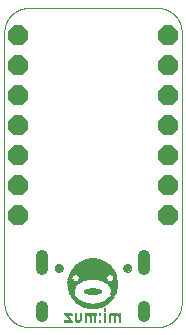
<source format=gbs>
G04 EAGLE Gerber RS-274X export*
G75*
%MOMM*%
%FSLAX34Y34*%
%LPD*%
%INSolder Mask bottom*%
%IPPOS*%
%AMOC8*
5,1,8,0,0,1.08239X$1,22.5*%
G01*
%ADD10C,0.000000*%
%ADD11P,1.814519X8X202.500000*%
%ADD12C,0.650000*%
%ADD13C,1.000000*%
%ADD14R,0.106675X0.015238*%
%ADD15R,0.198119X0.015238*%
%ADD16R,0.167637X0.015238*%
%ADD17R,0.137156X0.015238*%
%ADD18R,0.274319X0.015238*%
%ADD19R,0.762000X0.015238*%
%ADD20R,0.350519X0.015238*%
%ADD21R,0.746756X0.015238*%
%ADD22R,0.182881X0.015238*%
%ADD23R,0.381000X0.015238*%
%ADD24R,0.731519X0.015238*%
%ADD25R,0.426719X0.015238*%
%ADD26R,0.716275X0.015238*%
%ADD27R,0.457200X0.015238*%
%ADD28R,0.701037X0.015238*%
%ADD29R,0.487681X0.015238*%
%ADD30R,0.685800X0.015238*%
%ADD31R,0.518156X0.015238*%
%ADD32R,0.533400X0.015238*%
%ADD33R,0.670556X0.015238*%
%ADD34R,0.259075X0.015238*%
%ADD35R,0.655319X0.015238*%
%ADD36R,0.213363X0.015238*%
%ADD37R,0.213356X0.015238*%
%ADD38R,0.640075X0.015238*%
%ADD39R,0.076200X0.015238*%
%ADD40R,0.182875X0.015238*%
%ADD41R,0.152400X0.015238*%
%ADD42R,0.228600X0.015238*%
%ADD43R,0.015238X0.015238*%
%ADD44R,0.243838X0.015238*%
%ADD45R,0.563875X0.015238*%
%ADD46R,0.335281X0.015238*%
%ADD47R,0.579119X0.015238*%
%ADD48R,0.975356X0.015238*%
%ADD49R,0.594356X0.015238*%
%ADD50R,0.960119X0.015238*%
%ADD51R,0.609600X0.015238*%
%ADD52R,0.396238X0.015238*%
%ADD53R,0.624838X0.015238*%
%ADD54R,0.365756X0.015238*%
%ADD55R,0.365762X0.015238*%
%ADD56R,0.320038X0.015238*%
%ADD57R,0.289556X0.015238*%
%ADD58R,0.091438X0.015238*%
%ADD59R,0.106681X0.015238*%
%ADD60R,0.045719X0.015238*%
%ADD61R,0.121919X0.015238*%
%ADD62R,0.792481X0.015238*%
%ADD63R,0.944881X0.015238*%
%ADD64R,1.066800X0.015238*%
%ADD65R,1.188719X0.015238*%
%ADD66R,1.280156X0.015238*%
%ADD67R,1.371600X0.015238*%
%ADD68R,1.463037X0.015238*%
%ADD69R,1.554481X0.015238*%
%ADD70R,1.615438X0.015238*%
%ADD71R,1.706881X0.015238*%
%ADD72R,1.767838X0.015238*%
%ADD73R,1.828800X0.015238*%
%ADD74R,1.889756X0.015238*%
%ADD75R,1.950719X0.015238*%
%ADD76R,2.011681X0.015238*%
%ADD77R,2.072637X0.015238*%
%ADD78R,2.103119X0.015238*%
%ADD79R,2.164081X0.015238*%
%ADD80R,2.225038X0.015238*%
%ADD81R,2.255519X0.015238*%
%ADD82R,2.316481X0.015238*%
%ADD83R,2.377438X0.015238*%
%ADD84R,2.407919X0.015238*%
%ADD85R,2.438400X0.015238*%
%ADD86R,2.499356X0.015238*%
%ADD87R,2.529838X0.015238*%
%ADD88R,1.112519X0.015238*%
%ADD89R,0.990600X0.015238*%
%ADD90R,0.914400X0.015238*%
%ADD91R,0.853438X0.015238*%
%ADD92R,0.822956X0.015238*%
%ADD93R,0.777238X0.015238*%
%ADD94R,0.640081X0.015238*%
%ADD95R,0.594363X0.015238*%
%ADD96R,0.563881X0.015238*%
%ADD97R,0.548638X0.015238*%
%ADD98R,0.502919X0.015238*%
%ADD99R,0.487675X0.015238*%
%ADD100R,0.472438X0.015238*%
%ADD101R,0.441956X0.015238*%
%ADD102R,0.441963X0.015238*%
%ADD103R,0.411481X0.015238*%
%ADD104R,0.411475X0.015238*%
%ADD105R,1.036319X0.015238*%
%ADD106R,1.127756X0.015238*%
%ADD107R,1.249681X0.015238*%
%ADD108R,1.310638X0.015238*%
%ADD109R,1.402081X0.015238*%
%ADD110R,1.447800X0.015238*%
%ADD111R,1.478281X0.015238*%
%ADD112R,1.493519X0.015238*%
%ADD113R,1.508756X0.015238*%
%ADD114R,1.097281X0.015238*%
%ADD115R,1.005837X0.015238*%
%ADD116R,0.807719X0.015238*%
%ADD117R,0.716281X0.015238*%
%ADD118R,0.792475X0.015238*%
%ADD119R,0.838200X0.015238*%
%ADD120R,0.868675X0.015238*%
%ADD121R,0.868681X0.015238*%
%ADD122R,0.883919X0.015238*%
%ADD123R,0.899156X0.015238*%
%ADD124R,0.944875X0.015238*%
%ADD125R,1.021075X0.015238*%
%ADD126R,1.021081X0.015238*%
%ADD127R,1.051556X0.015238*%
%ADD128R,1.097275X0.015238*%
%ADD129R,1.143000X0.015238*%
%ADD130R,1.173475X0.015238*%
%ADD131R,1.173481X0.015238*%
%ADD132R,1.203956X0.015238*%
%ADD133R,1.219200X0.015238*%
%ADD134R,1.249675X0.015238*%
%ADD135R,2.346963X0.015238*%
%ADD136R,0.335275X0.015238*%
%ADD137R,2.468881X0.015238*%
%ADD138R,2.499363X0.015238*%
%ADD139R,2.560319X0.015238*%
%ADD140R,2.621281X0.015238*%
%ADD141R,2.682238X0.015238*%
%ADD142R,2.773681X0.015238*%
%ADD143R,3.992881X0.015238*%
%ADD144R,3.962400X0.015238*%
%ADD145R,3.931919X0.015238*%
%ADD146R,3.901438X0.015238*%
%ADD147R,3.870956X0.015238*%
%ADD148R,3.840481X0.015238*%
%ADD149R,3.810000X0.015238*%
%ADD150R,3.779519X0.015238*%
%ADD151R,3.749038X0.015238*%
%ADD152R,3.718556X0.015238*%
%ADD153R,3.688081X0.015238*%
%ADD154R,3.657600X0.015238*%
%ADD155R,3.627119X0.015238*%
%ADD156R,3.596638X0.015238*%
%ADD157R,3.566156X0.015238*%
%ADD158R,3.535681X0.015238*%
%ADD159R,3.505200X0.015238*%
%ADD160R,3.474719X0.015238*%
%ADD161R,3.444238X0.015238*%
%ADD162R,3.413756X0.015238*%
%ADD163R,3.383281X0.015238*%
%ADD164R,3.352800X0.015238*%
%ADD165R,3.322319X0.015238*%
%ADD166R,3.291838X0.015238*%
%ADD167R,3.261356X0.015238*%
%ADD168R,3.230881X0.015238*%
%ADD169R,3.200400X0.015238*%
%ADD170R,3.169919X0.015238*%
%ADD171R,3.139438X0.015238*%
%ADD172R,3.108956X0.015238*%
%ADD173R,3.078481X0.015238*%
%ADD174R,3.048000X0.015238*%
%ADD175R,3.017519X0.015238*%
%ADD176R,2.987038X0.015238*%
%ADD177R,2.956556X0.015238*%
%ADD178R,2.926081X0.015238*%
%ADD179R,2.895600X0.015238*%
%ADD180R,2.865119X0.015238*%
%ADD181R,2.834637X0.015238*%
%ADD182R,2.804156X0.015238*%
%ADD183R,2.743200X0.015238*%
%ADD184R,2.651756X0.015238*%
%ADD185R,2.590800X0.015238*%


D10*
X20000Y0D02*
X130000Y0D01*
X130483Y6D01*
X130966Y23D01*
X131449Y53D01*
X131930Y93D01*
X132411Y146D01*
X132890Y210D01*
X133367Y285D01*
X133843Y373D01*
X134316Y471D01*
X134786Y581D01*
X135254Y702D01*
X135719Y835D01*
X136180Y979D01*
X136638Y1134D01*
X137092Y1300D01*
X137542Y1477D01*
X137987Y1664D01*
X138428Y1863D01*
X138864Y2071D01*
X139294Y2291D01*
X139720Y2521D01*
X140139Y2761D01*
X140553Y3011D01*
X140960Y3271D01*
X141361Y3540D01*
X141756Y3820D01*
X142143Y4108D01*
X142524Y4407D01*
X142897Y4714D01*
X143262Y5030D01*
X143620Y5355D01*
X143970Y5688D01*
X144312Y6030D01*
X144645Y6380D01*
X144970Y6738D01*
X145286Y7103D01*
X145593Y7476D01*
X145892Y7857D01*
X146180Y8244D01*
X146460Y8639D01*
X146729Y9040D01*
X146989Y9447D01*
X147239Y9861D01*
X147479Y10280D01*
X147709Y10706D01*
X147929Y11136D01*
X148137Y11572D01*
X148336Y12013D01*
X148523Y12458D01*
X148700Y12908D01*
X148866Y13362D01*
X149021Y13820D01*
X149165Y14281D01*
X149298Y14746D01*
X149419Y15214D01*
X149529Y15684D01*
X149627Y16157D01*
X149715Y16633D01*
X149790Y17110D01*
X149854Y17589D01*
X149907Y18070D01*
X149947Y18551D01*
X149977Y19034D01*
X149994Y19517D01*
X150000Y20000D01*
X150000Y250000D01*
X149994Y250483D01*
X149977Y250966D01*
X149947Y251449D01*
X149907Y251930D01*
X149854Y252411D01*
X149790Y252890D01*
X149715Y253367D01*
X149627Y253843D01*
X149529Y254316D01*
X149419Y254786D01*
X149298Y255254D01*
X149165Y255719D01*
X149021Y256180D01*
X148866Y256638D01*
X148700Y257092D01*
X148523Y257542D01*
X148336Y257987D01*
X148137Y258428D01*
X147929Y258864D01*
X147709Y259294D01*
X147479Y259720D01*
X147239Y260139D01*
X146989Y260553D01*
X146729Y260960D01*
X146460Y261361D01*
X146180Y261756D01*
X145892Y262143D01*
X145593Y262524D01*
X145286Y262897D01*
X144970Y263262D01*
X144645Y263620D01*
X144312Y263970D01*
X143970Y264312D01*
X143620Y264645D01*
X143262Y264970D01*
X142897Y265286D01*
X142524Y265593D01*
X142143Y265892D01*
X141756Y266180D01*
X141361Y266460D01*
X140960Y266729D01*
X140553Y266989D01*
X140139Y267239D01*
X139720Y267479D01*
X139294Y267709D01*
X138864Y267929D01*
X138428Y268137D01*
X137987Y268336D01*
X137542Y268523D01*
X137092Y268700D01*
X136638Y268866D01*
X136180Y269021D01*
X135719Y269165D01*
X135254Y269298D01*
X134786Y269419D01*
X134316Y269529D01*
X133843Y269627D01*
X133367Y269715D01*
X132890Y269790D01*
X132411Y269854D01*
X131930Y269907D01*
X131449Y269947D01*
X130966Y269977D01*
X130483Y269994D01*
X130000Y270000D01*
X20000Y270000D01*
X19517Y269994D01*
X19034Y269977D01*
X18551Y269947D01*
X18070Y269907D01*
X17589Y269854D01*
X17110Y269790D01*
X16633Y269715D01*
X16157Y269627D01*
X15684Y269529D01*
X15214Y269419D01*
X14746Y269298D01*
X14281Y269165D01*
X13820Y269021D01*
X13362Y268866D01*
X12908Y268700D01*
X12458Y268523D01*
X12013Y268336D01*
X11572Y268137D01*
X11136Y267929D01*
X10706Y267709D01*
X10280Y267479D01*
X9861Y267239D01*
X9447Y266989D01*
X9040Y266729D01*
X8639Y266460D01*
X8244Y266180D01*
X7857Y265892D01*
X7476Y265593D01*
X7103Y265286D01*
X6738Y264970D01*
X6380Y264645D01*
X6030Y264312D01*
X5688Y263970D01*
X5355Y263620D01*
X5030Y263262D01*
X4714Y262897D01*
X4407Y262524D01*
X4108Y262143D01*
X3820Y261756D01*
X3540Y261361D01*
X3271Y260960D01*
X3011Y260553D01*
X2761Y260139D01*
X2521Y259720D01*
X2291Y259294D01*
X2071Y258864D01*
X1863Y258428D01*
X1664Y257987D01*
X1477Y257542D01*
X1300Y257092D01*
X1134Y256638D01*
X979Y256180D01*
X835Y255719D01*
X702Y255254D01*
X581Y254786D01*
X471Y254316D01*
X373Y253843D01*
X285Y253367D01*
X210Y252890D01*
X146Y252411D01*
X93Y251930D01*
X53Y251449D01*
X23Y250966D01*
X6Y250483D01*
X0Y250000D01*
X0Y20000D01*
X6Y19517D01*
X23Y19034D01*
X53Y18551D01*
X93Y18070D01*
X146Y17589D01*
X210Y17110D01*
X285Y16633D01*
X373Y16157D01*
X471Y15684D01*
X581Y15214D01*
X702Y14746D01*
X835Y14281D01*
X979Y13820D01*
X1134Y13362D01*
X1300Y12908D01*
X1477Y12458D01*
X1664Y12013D01*
X1863Y11572D01*
X2071Y11136D01*
X2291Y10706D01*
X2521Y10280D01*
X2761Y9861D01*
X3011Y9447D01*
X3271Y9040D01*
X3540Y8639D01*
X3820Y8244D01*
X4108Y7857D01*
X4407Y7476D01*
X4714Y7103D01*
X5030Y6738D01*
X5355Y6380D01*
X5688Y6030D01*
X6030Y5688D01*
X6380Y5355D01*
X6738Y5030D01*
X7103Y4714D01*
X7476Y4407D01*
X7857Y4108D01*
X8244Y3820D01*
X8639Y3540D01*
X9040Y3271D01*
X9447Y3011D01*
X9861Y2761D01*
X10280Y2521D01*
X10706Y2291D01*
X11136Y2071D01*
X11572Y1863D01*
X12013Y1664D01*
X12458Y1477D01*
X12908Y1300D01*
X13362Y1134D01*
X13820Y979D01*
X14281Y835D01*
X14746Y702D01*
X15214Y581D01*
X15684Y471D01*
X16157Y373D01*
X16633Y285D01*
X17110Y210D01*
X17589Y146D01*
X18070Y93D01*
X18551Y53D01*
X19034Y23D01*
X19517Y6D01*
X20000Y0D01*
D11*
X138430Y95250D03*
X138430Y120650D03*
X138430Y146050D03*
X138430Y171450D03*
X138430Y196850D03*
X138430Y222250D03*
X138430Y247650D03*
X11430Y95250D03*
X11430Y120650D03*
X11430Y146050D03*
X11430Y171450D03*
X11430Y196850D03*
X11430Y222250D03*
X11430Y247650D03*
D10*
X42850Y50000D02*
X42852Y50113D01*
X42858Y50227D01*
X42868Y50340D01*
X42882Y50452D01*
X42899Y50564D01*
X42921Y50676D01*
X42947Y50786D01*
X42976Y50896D01*
X43009Y51004D01*
X43046Y51112D01*
X43087Y51217D01*
X43131Y51322D01*
X43179Y51425D01*
X43230Y51526D01*
X43285Y51625D01*
X43344Y51722D01*
X43406Y51817D01*
X43471Y51910D01*
X43539Y52001D01*
X43610Y52089D01*
X43685Y52175D01*
X43762Y52258D01*
X43842Y52338D01*
X43925Y52415D01*
X44011Y52490D01*
X44099Y52561D01*
X44190Y52629D01*
X44283Y52694D01*
X44378Y52756D01*
X44475Y52815D01*
X44574Y52870D01*
X44675Y52921D01*
X44778Y52969D01*
X44883Y53013D01*
X44988Y53054D01*
X45096Y53091D01*
X45204Y53124D01*
X45314Y53153D01*
X45424Y53179D01*
X45536Y53201D01*
X45648Y53218D01*
X45760Y53232D01*
X45873Y53242D01*
X45987Y53248D01*
X46100Y53250D01*
X46213Y53248D01*
X46327Y53242D01*
X46440Y53232D01*
X46552Y53218D01*
X46664Y53201D01*
X46776Y53179D01*
X46886Y53153D01*
X46996Y53124D01*
X47104Y53091D01*
X47212Y53054D01*
X47317Y53013D01*
X47422Y52969D01*
X47525Y52921D01*
X47626Y52870D01*
X47725Y52815D01*
X47822Y52756D01*
X47917Y52694D01*
X48010Y52629D01*
X48101Y52561D01*
X48189Y52490D01*
X48275Y52415D01*
X48358Y52338D01*
X48438Y52258D01*
X48515Y52175D01*
X48590Y52089D01*
X48661Y52001D01*
X48729Y51910D01*
X48794Y51817D01*
X48856Y51722D01*
X48915Y51625D01*
X48970Y51526D01*
X49021Y51425D01*
X49069Y51322D01*
X49113Y51217D01*
X49154Y51112D01*
X49191Y51004D01*
X49224Y50896D01*
X49253Y50786D01*
X49279Y50676D01*
X49301Y50564D01*
X49318Y50452D01*
X49332Y50340D01*
X49342Y50227D01*
X49348Y50113D01*
X49350Y50000D01*
X49348Y49887D01*
X49342Y49773D01*
X49332Y49660D01*
X49318Y49548D01*
X49301Y49436D01*
X49279Y49324D01*
X49253Y49214D01*
X49224Y49104D01*
X49191Y48996D01*
X49154Y48888D01*
X49113Y48783D01*
X49069Y48678D01*
X49021Y48575D01*
X48970Y48474D01*
X48915Y48375D01*
X48856Y48278D01*
X48794Y48183D01*
X48729Y48090D01*
X48661Y47999D01*
X48590Y47911D01*
X48515Y47825D01*
X48438Y47742D01*
X48358Y47662D01*
X48275Y47585D01*
X48189Y47510D01*
X48101Y47439D01*
X48010Y47371D01*
X47917Y47306D01*
X47822Y47244D01*
X47725Y47185D01*
X47626Y47130D01*
X47525Y47079D01*
X47422Y47031D01*
X47317Y46987D01*
X47212Y46946D01*
X47104Y46909D01*
X46996Y46876D01*
X46886Y46847D01*
X46776Y46821D01*
X46664Y46799D01*
X46552Y46782D01*
X46440Y46768D01*
X46327Y46758D01*
X46213Y46752D01*
X46100Y46750D01*
X45987Y46752D01*
X45873Y46758D01*
X45760Y46768D01*
X45648Y46782D01*
X45536Y46799D01*
X45424Y46821D01*
X45314Y46847D01*
X45204Y46876D01*
X45096Y46909D01*
X44988Y46946D01*
X44883Y46987D01*
X44778Y47031D01*
X44675Y47079D01*
X44574Y47130D01*
X44475Y47185D01*
X44378Y47244D01*
X44283Y47306D01*
X44190Y47371D01*
X44099Y47439D01*
X44011Y47510D01*
X43925Y47585D01*
X43842Y47662D01*
X43762Y47742D01*
X43685Y47825D01*
X43610Y47911D01*
X43539Y47999D01*
X43471Y48090D01*
X43406Y48183D01*
X43344Y48278D01*
X43285Y48375D01*
X43230Y48474D01*
X43179Y48575D01*
X43131Y48678D01*
X43087Y48783D01*
X43046Y48888D01*
X43009Y48996D01*
X42976Y49104D01*
X42947Y49214D01*
X42921Y49324D01*
X42899Y49436D01*
X42882Y49548D01*
X42868Y49660D01*
X42858Y49773D01*
X42852Y49887D01*
X42850Y50000D01*
D12*
X46100Y50000D03*
D10*
X100650Y50000D02*
X100652Y50113D01*
X100658Y50227D01*
X100668Y50340D01*
X100682Y50452D01*
X100699Y50564D01*
X100721Y50676D01*
X100747Y50786D01*
X100776Y50896D01*
X100809Y51004D01*
X100846Y51112D01*
X100887Y51217D01*
X100931Y51322D01*
X100979Y51425D01*
X101030Y51526D01*
X101085Y51625D01*
X101144Y51722D01*
X101206Y51817D01*
X101271Y51910D01*
X101339Y52001D01*
X101410Y52089D01*
X101485Y52175D01*
X101562Y52258D01*
X101642Y52338D01*
X101725Y52415D01*
X101811Y52490D01*
X101899Y52561D01*
X101990Y52629D01*
X102083Y52694D01*
X102178Y52756D01*
X102275Y52815D01*
X102374Y52870D01*
X102475Y52921D01*
X102578Y52969D01*
X102683Y53013D01*
X102788Y53054D01*
X102896Y53091D01*
X103004Y53124D01*
X103114Y53153D01*
X103224Y53179D01*
X103336Y53201D01*
X103448Y53218D01*
X103560Y53232D01*
X103673Y53242D01*
X103787Y53248D01*
X103900Y53250D01*
X104013Y53248D01*
X104127Y53242D01*
X104240Y53232D01*
X104352Y53218D01*
X104464Y53201D01*
X104576Y53179D01*
X104686Y53153D01*
X104796Y53124D01*
X104904Y53091D01*
X105012Y53054D01*
X105117Y53013D01*
X105222Y52969D01*
X105325Y52921D01*
X105426Y52870D01*
X105525Y52815D01*
X105622Y52756D01*
X105717Y52694D01*
X105810Y52629D01*
X105901Y52561D01*
X105989Y52490D01*
X106075Y52415D01*
X106158Y52338D01*
X106238Y52258D01*
X106315Y52175D01*
X106390Y52089D01*
X106461Y52001D01*
X106529Y51910D01*
X106594Y51817D01*
X106656Y51722D01*
X106715Y51625D01*
X106770Y51526D01*
X106821Y51425D01*
X106869Y51322D01*
X106913Y51217D01*
X106954Y51112D01*
X106991Y51004D01*
X107024Y50896D01*
X107053Y50786D01*
X107079Y50676D01*
X107101Y50564D01*
X107118Y50452D01*
X107132Y50340D01*
X107142Y50227D01*
X107148Y50113D01*
X107150Y50000D01*
X107148Y49887D01*
X107142Y49773D01*
X107132Y49660D01*
X107118Y49548D01*
X107101Y49436D01*
X107079Y49324D01*
X107053Y49214D01*
X107024Y49104D01*
X106991Y48996D01*
X106954Y48888D01*
X106913Y48783D01*
X106869Y48678D01*
X106821Y48575D01*
X106770Y48474D01*
X106715Y48375D01*
X106656Y48278D01*
X106594Y48183D01*
X106529Y48090D01*
X106461Y47999D01*
X106390Y47911D01*
X106315Y47825D01*
X106238Y47742D01*
X106158Y47662D01*
X106075Y47585D01*
X105989Y47510D01*
X105901Y47439D01*
X105810Y47371D01*
X105717Y47306D01*
X105622Y47244D01*
X105525Y47185D01*
X105426Y47130D01*
X105325Y47079D01*
X105222Y47031D01*
X105117Y46987D01*
X105012Y46946D01*
X104904Y46909D01*
X104796Y46876D01*
X104686Y46847D01*
X104576Y46821D01*
X104464Y46799D01*
X104352Y46782D01*
X104240Y46768D01*
X104127Y46758D01*
X104013Y46752D01*
X103900Y46750D01*
X103787Y46752D01*
X103673Y46758D01*
X103560Y46768D01*
X103448Y46782D01*
X103336Y46799D01*
X103224Y46821D01*
X103114Y46847D01*
X103004Y46876D01*
X102896Y46909D01*
X102788Y46946D01*
X102683Y46987D01*
X102578Y47031D01*
X102475Y47079D01*
X102374Y47130D01*
X102275Y47185D01*
X102178Y47244D01*
X102083Y47306D01*
X101990Y47371D01*
X101899Y47439D01*
X101811Y47510D01*
X101725Y47585D01*
X101642Y47662D01*
X101562Y47742D01*
X101485Y47825D01*
X101410Y47911D01*
X101339Y47999D01*
X101271Y48090D01*
X101206Y48183D01*
X101144Y48278D01*
X101085Y48375D01*
X101030Y48474D01*
X100979Y48575D01*
X100931Y48678D01*
X100887Y48783D01*
X100846Y48888D01*
X100809Y48996D01*
X100776Y49104D01*
X100747Y49214D01*
X100721Y49324D01*
X100699Y49436D01*
X100682Y49548D01*
X100668Y49660D01*
X100658Y49773D01*
X100652Y49887D01*
X100650Y50000D01*
D12*
X103900Y50000D03*
D10*
X34800Y49500D02*
X34800Y60500D01*
X34800Y49500D02*
X34798Y49393D01*
X34792Y49286D01*
X34783Y49179D01*
X34769Y49073D01*
X34752Y48967D01*
X34731Y48862D01*
X34707Y48758D01*
X34678Y48655D01*
X34646Y48553D01*
X34611Y48452D01*
X34572Y48352D01*
X34529Y48254D01*
X34483Y48157D01*
X34433Y48062D01*
X34380Y47969D01*
X34324Y47878D01*
X34264Y47789D01*
X34202Y47702D01*
X34136Y47618D01*
X34067Y47535D01*
X33996Y47456D01*
X33921Y47379D01*
X33844Y47304D01*
X33765Y47233D01*
X33682Y47164D01*
X33598Y47098D01*
X33511Y47036D01*
X33422Y46976D01*
X33331Y46920D01*
X33238Y46867D01*
X33143Y46817D01*
X33046Y46771D01*
X32948Y46728D01*
X32848Y46689D01*
X32747Y46654D01*
X32645Y46622D01*
X32542Y46593D01*
X32438Y46569D01*
X32333Y46548D01*
X32227Y46531D01*
X32121Y46517D01*
X32014Y46508D01*
X31907Y46502D01*
X31800Y46500D01*
X31693Y46502D01*
X31586Y46508D01*
X31479Y46517D01*
X31373Y46531D01*
X31267Y46548D01*
X31162Y46569D01*
X31058Y46593D01*
X30955Y46622D01*
X30853Y46654D01*
X30752Y46689D01*
X30652Y46728D01*
X30554Y46771D01*
X30457Y46817D01*
X30362Y46867D01*
X30269Y46920D01*
X30178Y46976D01*
X30089Y47036D01*
X30002Y47098D01*
X29918Y47164D01*
X29835Y47233D01*
X29756Y47304D01*
X29679Y47379D01*
X29604Y47456D01*
X29533Y47535D01*
X29464Y47618D01*
X29398Y47702D01*
X29336Y47789D01*
X29276Y47878D01*
X29220Y47969D01*
X29167Y48062D01*
X29117Y48157D01*
X29071Y48254D01*
X29028Y48352D01*
X28989Y48452D01*
X28954Y48553D01*
X28922Y48655D01*
X28893Y48758D01*
X28869Y48862D01*
X28848Y48967D01*
X28831Y49073D01*
X28817Y49179D01*
X28808Y49286D01*
X28802Y49393D01*
X28800Y49500D01*
X28800Y60500D01*
X28802Y60607D01*
X28808Y60714D01*
X28817Y60821D01*
X28831Y60927D01*
X28848Y61033D01*
X28869Y61138D01*
X28893Y61242D01*
X28922Y61345D01*
X28954Y61447D01*
X28989Y61548D01*
X29028Y61648D01*
X29071Y61746D01*
X29117Y61843D01*
X29167Y61938D01*
X29220Y62031D01*
X29276Y62122D01*
X29336Y62211D01*
X29398Y62298D01*
X29464Y62382D01*
X29533Y62465D01*
X29604Y62544D01*
X29679Y62621D01*
X29756Y62696D01*
X29835Y62767D01*
X29918Y62836D01*
X30002Y62902D01*
X30089Y62964D01*
X30178Y63024D01*
X30269Y63080D01*
X30362Y63133D01*
X30457Y63183D01*
X30554Y63229D01*
X30652Y63272D01*
X30752Y63311D01*
X30853Y63346D01*
X30955Y63378D01*
X31058Y63407D01*
X31162Y63431D01*
X31267Y63452D01*
X31373Y63469D01*
X31479Y63483D01*
X31586Y63492D01*
X31693Y63498D01*
X31800Y63500D01*
X31907Y63498D01*
X32014Y63492D01*
X32121Y63483D01*
X32227Y63469D01*
X32333Y63452D01*
X32438Y63431D01*
X32542Y63407D01*
X32645Y63378D01*
X32747Y63346D01*
X32848Y63311D01*
X32948Y63272D01*
X33046Y63229D01*
X33143Y63183D01*
X33238Y63133D01*
X33331Y63080D01*
X33422Y63024D01*
X33511Y62964D01*
X33598Y62902D01*
X33682Y62836D01*
X33765Y62767D01*
X33844Y62696D01*
X33921Y62621D01*
X33996Y62544D01*
X34067Y62465D01*
X34136Y62382D01*
X34202Y62298D01*
X34264Y62211D01*
X34324Y62122D01*
X34380Y62031D01*
X34433Y61938D01*
X34483Y61843D01*
X34529Y61746D01*
X34572Y61648D01*
X34611Y61548D01*
X34646Y61447D01*
X34678Y61345D01*
X34707Y61242D01*
X34731Y61138D01*
X34752Y61033D01*
X34769Y60927D01*
X34783Y60821D01*
X34792Y60714D01*
X34798Y60607D01*
X34800Y60500D01*
X31800Y63500D02*
X31693Y63498D01*
X31586Y63492D01*
X31479Y63483D01*
X31373Y63469D01*
X31267Y63452D01*
X31162Y63431D01*
X31058Y63407D01*
X30955Y63378D01*
X30853Y63346D01*
X30752Y63311D01*
X30652Y63272D01*
X30554Y63229D01*
X30457Y63183D01*
X30362Y63133D01*
X30269Y63080D01*
X30178Y63024D01*
X30089Y62964D01*
X30002Y62902D01*
X29918Y62836D01*
X29835Y62767D01*
X29756Y62696D01*
X29679Y62621D01*
X29604Y62544D01*
X29533Y62465D01*
X29464Y62382D01*
X29398Y62298D01*
X29336Y62211D01*
X29276Y62122D01*
X29220Y62031D01*
X29167Y61938D01*
X29117Y61843D01*
X29071Y61746D01*
X29028Y61648D01*
X28989Y61548D01*
X28954Y61447D01*
X28922Y61345D01*
X28893Y61242D01*
X28869Y61138D01*
X28848Y61033D01*
X28831Y60927D01*
X28817Y60821D01*
X28808Y60714D01*
X28802Y60607D01*
X28800Y60500D01*
D13*
X31800Y60500D02*
X31800Y49500D01*
D10*
X121200Y49500D02*
X121200Y60500D01*
X121200Y49500D02*
X121198Y49393D01*
X121192Y49286D01*
X121183Y49179D01*
X121169Y49073D01*
X121152Y48967D01*
X121131Y48862D01*
X121107Y48758D01*
X121078Y48655D01*
X121046Y48553D01*
X121011Y48452D01*
X120972Y48352D01*
X120929Y48254D01*
X120883Y48157D01*
X120833Y48062D01*
X120780Y47969D01*
X120724Y47878D01*
X120664Y47789D01*
X120602Y47702D01*
X120536Y47618D01*
X120467Y47535D01*
X120396Y47456D01*
X120321Y47379D01*
X120244Y47304D01*
X120165Y47233D01*
X120082Y47164D01*
X119998Y47098D01*
X119911Y47036D01*
X119822Y46976D01*
X119731Y46920D01*
X119638Y46867D01*
X119543Y46817D01*
X119446Y46771D01*
X119348Y46728D01*
X119248Y46689D01*
X119147Y46654D01*
X119045Y46622D01*
X118942Y46593D01*
X118838Y46569D01*
X118733Y46548D01*
X118627Y46531D01*
X118521Y46517D01*
X118414Y46508D01*
X118307Y46502D01*
X118200Y46500D01*
X118093Y46502D01*
X117986Y46508D01*
X117879Y46517D01*
X117773Y46531D01*
X117667Y46548D01*
X117562Y46569D01*
X117458Y46593D01*
X117355Y46622D01*
X117253Y46654D01*
X117152Y46689D01*
X117052Y46728D01*
X116954Y46771D01*
X116857Y46817D01*
X116762Y46867D01*
X116669Y46920D01*
X116578Y46976D01*
X116489Y47036D01*
X116402Y47098D01*
X116318Y47164D01*
X116235Y47233D01*
X116156Y47304D01*
X116079Y47379D01*
X116004Y47456D01*
X115933Y47535D01*
X115864Y47618D01*
X115798Y47702D01*
X115736Y47789D01*
X115676Y47878D01*
X115620Y47969D01*
X115567Y48062D01*
X115517Y48157D01*
X115471Y48254D01*
X115428Y48352D01*
X115389Y48452D01*
X115354Y48553D01*
X115322Y48655D01*
X115293Y48758D01*
X115269Y48862D01*
X115248Y48967D01*
X115231Y49073D01*
X115217Y49179D01*
X115208Y49286D01*
X115202Y49393D01*
X115200Y49500D01*
X115200Y60500D01*
X115202Y60607D01*
X115208Y60714D01*
X115217Y60821D01*
X115231Y60927D01*
X115248Y61033D01*
X115269Y61138D01*
X115293Y61242D01*
X115322Y61345D01*
X115354Y61447D01*
X115389Y61548D01*
X115428Y61648D01*
X115471Y61746D01*
X115517Y61843D01*
X115567Y61938D01*
X115620Y62031D01*
X115676Y62122D01*
X115736Y62211D01*
X115798Y62298D01*
X115864Y62382D01*
X115933Y62465D01*
X116004Y62544D01*
X116079Y62621D01*
X116156Y62696D01*
X116235Y62767D01*
X116318Y62836D01*
X116402Y62902D01*
X116489Y62964D01*
X116578Y63024D01*
X116669Y63080D01*
X116762Y63133D01*
X116857Y63183D01*
X116954Y63229D01*
X117052Y63272D01*
X117152Y63311D01*
X117253Y63346D01*
X117355Y63378D01*
X117458Y63407D01*
X117562Y63431D01*
X117667Y63452D01*
X117773Y63469D01*
X117879Y63483D01*
X117986Y63492D01*
X118093Y63498D01*
X118200Y63500D01*
X118307Y63498D01*
X118414Y63492D01*
X118521Y63483D01*
X118627Y63469D01*
X118733Y63452D01*
X118838Y63431D01*
X118942Y63407D01*
X119045Y63378D01*
X119147Y63346D01*
X119248Y63311D01*
X119348Y63272D01*
X119446Y63229D01*
X119543Y63183D01*
X119638Y63133D01*
X119731Y63080D01*
X119822Y63024D01*
X119911Y62964D01*
X119998Y62902D01*
X120082Y62836D01*
X120165Y62767D01*
X120244Y62696D01*
X120321Y62621D01*
X120396Y62544D01*
X120467Y62465D01*
X120536Y62382D01*
X120602Y62298D01*
X120664Y62211D01*
X120724Y62122D01*
X120780Y62031D01*
X120833Y61938D01*
X120883Y61843D01*
X120929Y61746D01*
X120972Y61648D01*
X121011Y61548D01*
X121046Y61447D01*
X121078Y61345D01*
X121107Y61242D01*
X121131Y61138D01*
X121152Y61033D01*
X121169Y60927D01*
X121183Y60821D01*
X121192Y60714D01*
X121198Y60607D01*
X121200Y60500D01*
X118200Y63500D02*
X118093Y63498D01*
X117986Y63492D01*
X117879Y63483D01*
X117773Y63469D01*
X117667Y63452D01*
X117562Y63431D01*
X117458Y63407D01*
X117355Y63378D01*
X117253Y63346D01*
X117152Y63311D01*
X117052Y63272D01*
X116954Y63229D01*
X116857Y63183D01*
X116762Y63133D01*
X116669Y63080D01*
X116578Y63024D01*
X116489Y62964D01*
X116402Y62902D01*
X116318Y62836D01*
X116235Y62767D01*
X116156Y62696D01*
X116079Y62621D01*
X116004Y62544D01*
X115933Y62465D01*
X115864Y62382D01*
X115798Y62298D01*
X115736Y62211D01*
X115676Y62122D01*
X115620Y62031D01*
X115567Y61938D01*
X115517Y61843D01*
X115471Y61746D01*
X115428Y61648D01*
X115389Y61548D01*
X115354Y61447D01*
X115322Y61345D01*
X115293Y61242D01*
X115269Y61138D01*
X115248Y61033D01*
X115231Y60927D01*
X115217Y60821D01*
X115208Y60714D01*
X115202Y60607D01*
X115200Y60500D01*
D13*
X118200Y60500D02*
X118200Y49500D01*
D10*
X34800Y17300D02*
X34800Y9300D01*
X34798Y9193D01*
X34792Y9086D01*
X34783Y8979D01*
X34769Y8873D01*
X34752Y8767D01*
X34731Y8662D01*
X34707Y8558D01*
X34678Y8455D01*
X34646Y8353D01*
X34611Y8252D01*
X34572Y8152D01*
X34529Y8054D01*
X34483Y7957D01*
X34433Y7862D01*
X34380Y7769D01*
X34324Y7678D01*
X34264Y7589D01*
X34202Y7502D01*
X34136Y7418D01*
X34067Y7335D01*
X33996Y7256D01*
X33921Y7179D01*
X33844Y7104D01*
X33765Y7033D01*
X33682Y6964D01*
X33598Y6898D01*
X33511Y6836D01*
X33422Y6776D01*
X33331Y6720D01*
X33238Y6667D01*
X33143Y6617D01*
X33046Y6571D01*
X32948Y6528D01*
X32848Y6489D01*
X32747Y6454D01*
X32645Y6422D01*
X32542Y6393D01*
X32438Y6369D01*
X32333Y6348D01*
X32227Y6331D01*
X32121Y6317D01*
X32014Y6308D01*
X31907Y6302D01*
X31800Y6300D01*
X31693Y6302D01*
X31586Y6308D01*
X31479Y6317D01*
X31373Y6331D01*
X31267Y6348D01*
X31162Y6369D01*
X31058Y6393D01*
X30955Y6422D01*
X30853Y6454D01*
X30752Y6489D01*
X30652Y6528D01*
X30554Y6571D01*
X30457Y6617D01*
X30362Y6667D01*
X30269Y6720D01*
X30178Y6776D01*
X30089Y6836D01*
X30002Y6898D01*
X29918Y6964D01*
X29835Y7033D01*
X29756Y7104D01*
X29679Y7179D01*
X29604Y7256D01*
X29533Y7335D01*
X29464Y7418D01*
X29398Y7502D01*
X29336Y7589D01*
X29276Y7678D01*
X29220Y7769D01*
X29167Y7862D01*
X29117Y7957D01*
X29071Y8054D01*
X29028Y8152D01*
X28989Y8252D01*
X28954Y8353D01*
X28922Y8455D01*
X28893Y8558D01*
X28869Y8662D01*
X28848Y8767D01*
X28831Y8873D01*
X28817Y8979D01*
X28808Y9086D01*
X28802Y9193D01*
X28800Y9300D01*
X28800Y17300D01*
X28802Y17407D01*
X28808Y17514D01*
X28817Y17621D01*
X28831Y17727D01*
X28848Y17833D01*
X28869Y17938D01*
X28893Y18042D01*
X28922Y18145D01*
X28954Y18247D01*
X28989Y18348D01*
X29028Y18448D01*
X29071Y18546D01*
X29117Y18643D01*
X29167Y18738D01*
X29220Y18831D01*
X29276Y18922D01*
X29336Y19011D01*
X29398Y19098D01*
X29464Y19182D01*
X29533Y19265D01*
X29604Y19344D01*
X29679Y19421D01*
X29756Y19496D01*
X29835Y19567D01*
X29918Y19636D01*
X30002Y19702D01*
X30089Y19764D01*
X30178Y19824D01*
X30269Y19880D01*
X30362Y19933D01*
X30457Y19983D01*
X30554Y20029D01*
X30652Y20072D01*
X30752Y20111D01*
X30853Y20146D01*
X30955Y20178D01*
X31058Y20207D01*
X31162Y20231D01*
X31267Y20252D01*
X31373Y20269D01*
X31479Y20283D01*
X31586Y20292D01*
X31693Y20298D01*
X31800Y20300D01*
X31907Y20298D01*
X32014Y20292D01*
X32121Y20283D01*
X32227Y20269D01*
X32333Y20252D01*
X32438Y20231D01*
X32542Y20207D01*
X32645Y20178D01*
X32747Y20146D01*
X32848Y20111D01*
X32948Y20072D01*
X33046Y20029D01*
X33143Y19983D01*
X33238Y19933D01*
X33331Y19880D01*
X33422Y19824D01*
X33511Y19764D01*
X33598Y19702D01*
X33682Y19636D01*
X33765Y19567D01*
X33844Y19496D01*
X33921Y19421D01*
X33996Y19344D01*
X34067Y19265D01*
X34136Y19182D01*
X34202Y19098D01*
X34264Y19011D01*
X34324Y18922D01*
X34380Y18831D01*
X34433Y18738D01*
X34483Y18643D01*
X34529Y18546D01*
X34572Y18448D01*
X34611Y18348D01*
X34646Y18247D01*
X34678Y18145D01*
X34707Y18042D01*
X34731Y17938D01*
X34752Y17833D01*
X34769Y17727D01*
X34783Y17621D01*
X34792Y17514D01*
X34798Y17407D01*
X34800Y17300D01*
X31800Y20300D02*
X31693Y20298D01*
X31586Y20292D01*
X31479Y20283D01*
X31373Y20269D01*
X31267Y20252D01*
X31162Y20231D01*
X31058Y20207D01*
X30955Y20178D01*
X30853Y20146D01*
X30752Y20111D01*
X30652Y20072D01*
X30554Y20029D01*
X30457Y19983D01*
X30362Y19933D01*
X30269Y19880D01*
X30178Y19824D01*
X30089Y19764D01*
X30002Y19702D01*
X29918Y19636D01*
X29835Y19567D01*
X29756Y19496D01*
X29679Y19421D01*
X29604Y19344D01*
X29533Y19265D01*
X29464Y19182D01*
X29398Y19098D01*
X29336Y19011D01*
X29276Y18922D01*
X29220Y18831D01*
X29167Y18738D01*
X29117Y18643D01*
X29071Y18546D01*
X29028Y18448D01*
X28989Y18348D01*
X28954Y18247D01*
X28922Y18145D01*
X28893Y18042D01*
X28869Y17938D01*
X28848Y17833D01*
X28831Y17727D01*
X28817Y17621D01*
X28808Y17514D01*
X28802Y17407D01*
X28800Y17300D01*
D13*
X31800Y17300D02*
X31800Y9300D01*
D10*
X121200Y9300D02*
X121200Y17300D01*
X121200Y9300D02*
X121198Y9193D01*
X121192Y9086D01*
X121183Y8979D01*
X121169Y8873D01*
X121152Y8767D01*
X121131Y8662D01*
X121107Y8558D01*
X121078Y8455D01*
X121046Y8353D01*
X121011Y8252D01*
X120972Y8152D01*
X120929Y8054D01*
X120883Y7957D01*
X120833Y7862D01*
X120780Y7769D01*
X120724Y7678D01*
X120664Y7589D01*
X120602Y7502D01*
X120536Y7418D01*
X120467Y7335D01*
X120396Y7256D01*
X120321Y7179D01*
X120244Y7104D01*
X120165Y7033D01*
X120082Y6964D01*
X119998Y6898D01*
X119911Y6836D01*
X119822Y6776D01*
X119731Y6720D01*
X119638Y6667D01*
X119543Y6617D01*
X119446Y6571D01*
X119348Y6528D01*
X119248Y6489D01*
X119147Y6454D01*
X119045Y6422D01*
X118942Y6393D01*
X118838Y6369D01*
X118733Y6348D01*
X118627Y6331D01*
X118521Y6317D01*
X118414Y6308D01*
X118307Y6302D01*
X118200Y6300D01*
X118093Y6302D01*
X117986Y6308D01*
X117879Y6317D01*
X117773Y6331D01*
X117667Y6348D01*
X117562Y6369D01*
X117458Y6393D01*
X117355Y6422D01*
X117253Y6454D01*
X117152Y6489D01*
X117052Y6528D01*
X116954Y6571D01*
X116857Y6617D01*
X116762Y6667D01*
X116669Y6720D01*
X116578Y6776D01*
X116489Y6836D01*
X116402Y6898D01*
X116318Y6964D01*
X116235Y7033D01*
X116156Y7104D01*
X116079Y7179D01*
X116004Y7256D01*
X115933Y7335D01*
X115864Y7418D01*
X115798Y7502D01*
X115736Y7589D01*
X115676Y7678D01*
X115620Y7769D01*
X115567Y7862D01*
X115517Y7957D01*
X115471Y8054D01*
X115428Y8152D01*
X115389Y8252D01*
X115354Y8353D01*
X115322Y8455D01*
X115293Y8558D01*
X115269Y8662D01*
X115248Y8767D01*
X115231Y8873D01*
X115217Y8979D01*
X115208Y9086D01*
X115202Y9193D01*
X115200Y9300D01*
X115200Y17300D01*
X115202Y17407D01*
X115208Y17514D01*
X115217Y17621D01*
X115231Y17727D01*
X115248Y17833D01*
X115269Y17938D01*
X115293Y18042D01*
X115322Y18145D01*
X115354Y18247D01*
X115389Y18348D01*
X115428Y18448D01*
X115471Y18546D01*
X115517Y18643D01*
X115567Y18738D01*
X115620Y18831D01*
X115676Y18922D01*
X115736Y19011D01*
X115798Y19098D01*
X115864Y19182D01*
X115933Y19265D01*
X116004Y19344D01*
X116079Y19421D01*
X116156Y19496D01*
X116235Y19567D01*
X116318Y19636D01*
X116402Y19702D01*
X116489Y19764D01*
X116578Y19824D01*
X116669Y19880D01*
X116762Y19933D01*
X116857Y19983D01*
X116954Y20029D01*
X117052Y20072D01*
X117152Y20111D01*
X117253Y20146D01*
X117355Y20178D01*
X117458Y20207D01*
X117562Y20231D01*
X117667Y20252D01*
X117773Y20269D01*
X117879Y20283D01*
X117986Y20292D01*
X118093Y20298D01*
X118200Y20300D01*
X118307Y20298D01*
X118414Y20292D01*
X118521Y20283D01*
X118627Y20269D01*
X118733Y20252D01*
X118838Y20231D01*
X118942Y20207D01*
X119045Y20178D01*
X119147Y20146D01*
X119248Y20111D01*
X119348Y20072D01*
X119446Y20029D01*
X119543Y19983D01*
X119638Y19933D01*
X119731Y19880D01*
X119822Y19824D01*
X119911Y19764D01*
X119998Y19702D01*
X120082Y19636D01*
X120165Y19567D01*
X120244Y19496D01*
X120321Y19421D01*
X120396Y19344D01*
X120467Y19265D01*
X120536Y19182D01*
X120602Y19098D01*
X120664Y19011D01*
X120724Y18922D01*
X120780Y18831D01*
X120833Y18738D01*
X120883Y18643D01*
X120929Y18546D01*
X120972Y18448D01*
X121011Y18348D01*
X121046Y18247D01*
X121078Y18145D01*
X121107Y18042D01*
X121131Y17938D01*
X121152Y17833D01*
X121169Y17727D01*
X121183Y17621D01*
X121192Y17514D01*
X121198Y17407D01*
X121200Y17300D01*
X118200Y20300D02*
X118093Y20298D01*
X117986Y20292D01*
X117879Y20283D01*
X117773Y20269D01*
X117667Y20252D01*
X117562Y20231D01*
X117458Y20207D01*
X117355Y20178D01*
X117253Y20146D01*
X117152Y20111D01*
X117052Y20072D01*
X116954Y20029D01*
X116857Y19983D01*
X116762Y19933D01*
X116669Y19880D01*
X116578Y19824D01*
X116489Y19764D01*
X116402Y19702D01*
X116318Y19636D01*
X116235Y19567D01*
X116156Y19496D01*
X116079Y19421D01*
X116004Y19344D01*
X115933Y19265D01*
X115864Y19182D01*
X115798Y19098D01*
X115736Y19011D01*
X115676Y18922D01*
X115620Y18831D01*
X115567Y18738D01*
X115517Y18643D01*
X115471Y18546D01*
X115428Y18448D01*
X115389Y18348D01*
X115354Y18247D01*
X115322Y18145D01*
X115293Y18042D01*
X115269Y17938D01*
X115248Y17833D01*
X115231Y17727D01*
X115217Y17621D01*
X115208Y17514D01*
X115202Y17407D01*
X115200Y17300D01*
D13*
X118200Y17300D02*
X118200Y9300D01*
D14*
X81145Y3650D03*
D15*
X62552Y3650D03*
D16*
X97452Y3802D03*
X93337Y3802D03*
X89222Y3802D03*
X85412Y3802D03*
D17*
X81145Y3802D03*
D16*
X77030Y3802D03*
X72916Y3802D03*
X68801Y3802D03*
D18*
X62629Y3802D03*
D19*
X54551Y3802D03*
D16*
X97452Y3955D03*
X93337Y3955D03*
X89222Y3955D03*
X85412Y3955D03*
X81145Y3955D03*
X77030Y3955D03*
X72916Y3955D03*
X68801Y3955D03*
D20*
X62552Y3955D03*
D21*
X54475Y3955D03*
D16*
X97452Y4107D03*
X93337Y4107D03*
X89222Y4107D03*
X85412Y4107D03*
D22*
X81221Y4107D03*
D16*
X77030Y4107D03*
X72916Y4107D03*
X68801Y4107D03*
D23*
X62552Y4107D03*
D24*
X54399Y4107D03*
D16*
X97452Y4260D03*
X93337Y4260D03*
X89222Y4260D03*
X85412Y4260D03*
D15*
X81145Y4260D03*
D16*
X77030Y4260D03*
X72916Y4260D03*
X68801Y4260D03*
D25*
X62629Y4260D03*
D26*
X54323Y4260D03*
D16*
X97452Y4412D03*
X93337Y4412D03*
X89222Y4412D03*
X85412Y4412D03*
D15*
X81145Y4412D03*
D16*
X77030Y4412D03*
X72916Y4412D03*
X68801Y4412D03*
D27*
X62629Y4412D03*
D28*
X54247Y4412D03*
D16*
X97452Y4564D03*
X93337Y4564D03*
X89222Y4564D03*
X85412Y4564D03*
D15*
X81145Y4564D03*
D16*
X77030Y4564D03*
X72916Y4564D03*
X68801Y4564D03*
D29*
X62629Y4564D03*
D30*
X54170Y4564D03*
D16*
X97452Y4717D03*
X93337Y4717D03*
X89222Y4717D03*
X85412Y4717D03*
D15*
X81145Y4717D03*
D16*
X77030Y4717D03*
X72916Y4717D03*
X68801Y4717D03*
D31*
X62629Y4717D03*
D30*
X54170Y4717D03*
D16*
X97452Y4869D03*
X93337Y4869D03*
X89222Y4869D03*
X85412Y4869D03*
D15*
X81145Y4869D03*
D16*
X77030Y4869D03*
X72916Y4869D03*
X68801Y4869D03*
D32*
X62552Y4869D03*
D33*
X54094Y4869D03*
D16*
X97452Y5022D03*
X93337Y5022D03*
X89222Y5022D03*
X85412Y5022D03*
X81145Y5022D03*
X77030Y5022D03*
X72916Y5022D03*
X68801Y5022D03*
D18*
X64000Y5022D03*
D34*
X61181Y5022D03*
D35*
X54018Y5022D03*
D16*
X97452Y5174D03*
X93337Y5174D03*
X89222Y5174D03*
X85412Y5174D03*
X81145Y5174D03*
X77030Y5174D03*
X72916Y5174D03*
X68801Y5174D03*
D36*
X64305Y5174D03*
D37*
X60800Y5174D03*
D38*
X53942Y5174D03*
D16*
X97452Y5326D03*
X93337Y5326D03*
X89222Y5326D03*
X85412Y5326D03*
D17*
X81145Y5326D03*
D16*
X77030Y5326D03*
X72916Y5326D03*
X68801Y5326D03*
D15*
X64534Y5326D03*
X60724Y5326D03*
X55999Y5326D03*
D16*
X97452Y5479D03*
X93337Y5479D03*
X89222Y5479D03*
X85412Y5479D03*
D39*
X81145Y5479D03*
D16*
X77030Y5479D03*
X72916Y5479D03*
X68801Y5479D03*
D40*
X64610Y5479D03*
D22*
X60647Y5479D03*
D36*
X55923Y5479D03*
D16*
X97452Y5631D03*
X93337Y5631D03*
X89222Y5631D03*
X85412Y5631D03*
X77030Y5631D03*
X72916Y5631D03*
X68801Y5631D03*
D40*
X64610Y5631D03*
D22*
X60495Y5631D03*
D15*
X55847Y5631D03*
D16*
X97452Y5784D03*
X93337Y5784D03*
X89222Y5784D03*
X85412Y5784D03*
X77030Y5784D03*
X72916Y5784D03*
X68801Y5784D03*
D40*
X64762Y5784D03*
D22*
X60495Y5784D03*
D15*
X55694Y5784D03*
D16*
X97452Y5936D03*
X93337Y5936D03*
X89222Y5936D03*
X85412Y5936D03*
X77030Y5936D03*
X72916Y5936D03*
X68801Y5936D03*
D40*
X64762Y5936D03*
D16*
X60419Y5936D03*
D15*
X55542Y5936D03*
D16*
X97452Y6088D03*
X93337Y6088D03*
X89222Y6088D03*
X85412Y6088D03*
X77030Y6088D03*
X72916Y6088D03*
X68801Y6088D03*
X64838Y6088D03*
X60419Y6088D03*
D15*
X55390Y6088D03*
D16*
X97452Y6241D03*
X93337Y6241D03*
X89222Y6241D03*
X85412Y6241D03*
X77030Y6241D03*
X72916Y6241D03*
X68801Y6241D03*
X64838Y6241D03*
X60419Y6241D03*
D15*
X55237Y6241D03*
D16*
X97452Y6393D03*
X93337Y6393D03*
X89222Y6393D03*
X85412Y6393D03*
X77030Y6393D03*
X72916Y6393D03*
X68801Y6393D03*
X64838Y6393D03*
X60419Y6393D03*
D36*
X55161Y6393D03*
D16*
X97452Y6546D03*
X93337Y6546D03*
X89222Y6546D03*
X85412Y6546D03*
X77030Y6546D03*
X72916Y6546D03*
X68801Y6546D03*
X64838Y6546D03*
X60419Y6546D03*
D15*
X55085Y6546D03*
D16*
X97452Y6698D03*
X93337Y6698D03*
X89222Y6698D03*
X85412Y6698D03*
X77030Y6698D03*
X72916Y6698D03*
X68801Y6698D03*
X64838Y6698D03*
D41*
X60343Y6698D03*
D15*
X54932Y6698D03*
D16*
X97452Y6850D03*
X93337Y6850D03*
X89222Y6850D03*
X85412Y6850D03*
X77030Y6850D03*
X72916Y6850D03*
X68801Y6850D03*
X64838Y6850D03*
X60266Y6850D03*
D15*
X54780Y6850D03*
D16*
X97452Y7003D03*
X93337Y7003D03*
X89222Y7003D03*
X85412Y7003D03*
X77030Y7003D03*
X72916Y7003D03*
X68801Y7003D03*
X64838Y7003D03*
X60266Y7003D03*
D15*
X54628Y7003D03*
D16*
X97452Y7155D03*
X93337Y7155D03*
X89222Y7155D03*
X85412Y7155D03*
X77030Y7155D03*
X72916Y7155D03*
X68801Y7155D03*
X64838Y7155D03*
X60266Y7155D03*
D15*
X54475Y7155D03*
D16*
X97452Y7308D03*
X93337Y7308D03*
X89222Y7308D03*
X85412Y7308D03*
X77030Y7308D03*
X72916Y7308D03*
X68801Y7308D03*
X64838Y7308D03*
X60266Y7308D03*
D36*
X54399Y7308D03*
D16*
X97452Y7460D03*
X93337Y7460D03*
X89222Y7460D03*
X85412Y7460D03*
X77030Y7460D03*
X72916Y7460D03*
X68801Y7460D03*
X64838Y7460D03*
X60266Y7460D03*
D15*
X54323Y7460D03*
D16*
X97452Y7612D03*
X93337Y7612D03*
X89222Y7612D03*
X85412Y7612D03*
X77030Y7612D03*
X72916Y7612D03*
X68801Y7612D03*
X64838Y7612D03*
X60266Y7612D03*
D15*
X54170Y7612D03*
D16*
X97452Y7765D03*
X93337Y7765D03*
X89222Y7765D03*
X85412Y7765D03*
X77030Y7765D03*
X72916Y7765D03*
X68801Y7765D03*
X64838Y7765D03*
X60266Y7765D03*
D15*
X54018Y7765D03*
D16*
X97452Y7917D03*
X93337Y7917D03*
X89222Y7917D03*
X85412Y7917D03*
X77030Y7917D03*
X72916Y7917D03*
X68801Y7917D03*
X64838Y7917D03*
X60266Y7917D03*
D15*
X53866Y7917D03*
D16*
X97452Y8070D03*
X93337Y8070D03*
X89222Y8070D03*
X85412Y8070D03*
X77030Y8070D03*
X72916Y8070D03*
X68801Y8070D03*
X64838Y8070D03*
X60266Y8070D03*
D37*
X53789Y8070D03*
D16*
X97452Y8222D03*
X93337Y8222D03*
X89222Y8222D03*
X85412Y8222D03*
X77030Y8222D03*
X72916Y8222D03*
X68801Y8222D03*
X64838Y8222D03*
X60266Y8222D03*
D36*
X53637Y8222D03*
D16*
X97452Y8374D03*
D22*
X93261Y8374D03*
D16*
X89222Y8374D03*
X85412Y8374D03*
X77030Y8374D03*
D22*
X72839Y8374D03*
D16*
X68801Y8374D03*
X64838Y8374D03*
X60266Y8374D03*
D15*
X53561Y8374D03*
D40*
X97376Y8527D03*
D22*
X93261Y8527D03*
D16*
X89222Y8527D03*
X85412Y8527D03*
D40*
X76954Y8527D03*
D22*
X72839Y8527D03*
D16*
X68801Y8527D03*
X64838Y8527D03*
X60266Y8527D03*
D15*
X53408Y8527D03*
D40*
X97376Y8679D03*
D15*
X93337Y8679D03*
D16*
X89222Y8679D03*
X85412Y8679D03*
D40*
X76954Y8679D03*
D15*
X72916Y8679D03*
D16*
X68801Y8679D03*
X64838Y8679D03*
X60266Y8679D03*
D15*
X53256Y8679D03*
D40*
X97376Y8832D03*
D15*
X93337Y8832D03*
D22*
X89299Y8832D03*
D16*
X85412Y8832D03*
D40*
X76954Y8832D03*
D15*
X72916Y8832D03*
D22*
X68877Y8832D03*
D16*
X64838Y8832D03*
X60266Y8832D03*
D15*
X53104Y8832D03*
X97300Y8984D03*
D36*
X93261Y8984D03*
D22*
X89299Y8984D03*
D16*
X85412Y8984D03*
D15*
X76878Y8984D03*
D37*
X72839Y8984D03*
D22*
X68877Y8984D03*
D16*
X64838Y8984D03*
X60266Y8984D03*
D37*
X53027Y8984D03*
D15*
X97300Y9136D03*
D42*
X93337Y9136D03*
D22*
X89299Y9136D03*
D16*
X85412Y9136D03*
D43*
X81145Y9136D03*
D15*
X76878Y9136D03*
D42*
X72916Y9136D03*
D22*
X68877Y9136D03*
D16*
X64838Y9136D03*
X60266Y9136D03*
D15*
X52951Y9136D03*
D37*
X97223Y9289D03*
D44*
X93261Y9289D03*
D22*
X89451Y9289D03*
D16*
X85412Y9289D03*
D14*
X81145Y9289D03*
D37*
X76802Y9289D03*
D44*
X72839Y9289D03*
D22*
X69029Y9289D03*
D16*
X64838Y9289D03*
X60266Y9289D03*
D15*
X52799Y9289D03*
D42*
X97147Y9441D03*
D18*
X93261Y9441D03*
D15*
X89527Y9441D03*
D16*
X85412Y9441D03*
D17*
X81145Y9441D03*
D42*
X76726Y9441D03*
D18*
X72839Y9441D03*
D15*
X69106Y9441D03*
D16*
X64838Y9441D03*
X60266Y9441D03*
D45*
X54475Y9441D03*
D34*
X96995Y9594D03*
D46*
X93261Y9594D03*
D42*
X89680Y9594D03*
D16*
X85412Y9594D03*
X81145Y9594D03*
D34*
X76573Y9594D03*
D46*
X72839Y9594D03*
D42*
X69258Y9594D03*
D16*
X64838Y9594D03*
X60266Y9594D03*
D47*
X54399Y9594D03*
D48*
X93413Y9746D03*
D16*
X85412Y9746D03*
D15*
X81145Y9746D03*
D48*
X72992Y9746D03*
D16*
X64838Y9746D03*
X60266Y9746D03*
D49*
X54323Y9746D03*
D50*
X93490Y9898D03*
D16*
X85412Y9898D03*
D15*
X81145Y9898D03*
D50*
X73068Y9898D03*
D16*
X64838Y9898D03*
X60266Y9898D03*
D51*
X54247Y9898D03*
D50*
X93490Y10051D03*
D16*
X85412Y10051D03*
D15*
X81145Y10051D03*
D50*
X73068Y10051D03*
D16*
X64838Y10051D03*
X60266Y10051D03*
D51*
X54247Y10051D03*
D32*
X95623Y10203D03*
D52*
X90823Y10203D03*
D16*
X85412Y10203D03*
D15*
X81145Y10203D03*
D32*
X75202Y10203D03*
D52*
X70401Y10203D03*
D16*
X64838Y10203D03*
X60266Y10203D03*
D53*
X54170Y10203D03*
D31*
X95699Y10356D03*
D54*
X90823Y10356D03*
D16*
X85412Y10356D03*
D15*
X81145Y10356D03*
D31*
X75278Y10356D03*
D55*
X70401Y10356D03*
D16*
X64838Y10356D03*
X60266Y10356D03*
D38*
X54094Y10356D03*
D16*
X97452Y10508D03*
D56*
X94861Y10508D03*
D20*
X90746Y10508D03*
D16*
X85412Y10508D03*
D15*
X81145Y10508D03*
D16*
X77030Y10508D03*
D56*
X74440Y10508D03*
D20*
X70325Y10508D03*
D16*
X64838Y10508D03*
X60266Y10508D03*
D35*
X54018Y10508D03*
D16*
X97452Y10660D03*
D57*
X94861Y10660D03*
D56*
X90746Y10660D03*
D16*
X85412Y10660D03*
X81145Y10660D03*
X77030Y10660D03*
D57*
X74440Y10660D03*
D56*
X70325Y10660D03*
D16*
X64838Y10660D03*
X60266Y10660D03*
D33*
X53942Y10660D03*
D16*
X97452Y10813D03*
D42*
X94861Y10813D03*
D18*
X90823Y10813D03*
D16*
X85412Y10813D03*
D41*
X81221Y10813D03*
D16*
X77030Y10813D03*
D42*
X74440Y10813D03*
D18*
X70401Y10813D03*
D16*
X64838Y10813D03*
X60266Y10813D03*
D30*
X53866Y10813D03*
D41*
X97528Y10965D03*
D22*
X94937Y10965D03*
D37*
X90823Y10965D03*
D41*
X85489Y10965D03*
D14*
X81145Y10965D03*
D41*
X77107Y10965D03*
D40*
X74516Y10965D03*
D36*
X70401Y10965D03*
D41*
X64915Y10965D03*
X60343Y10965D03*
D30*
X53866Y10965D03*
D58*
X94937Y11118D03*
D59*
X90746Y11118D03*
D60*
X81145Y11118D03*
D58*
X74516Y11118D03*
D14*
X70325Y11118D03*
D60*
X85412Y12946D03*
D61*
X85489Y13099D03*
D16*
X85412Y13251D03*
X85412Y13404D03*
D15*
X85412Y13556D03*
X85412Y13708D03*
D37*
X85489Y13861D03*
X85489Y14013D03*
D15*
X85412Y14166D03*
X85412Y14318D03*
X85412Y14470D03*
D16*
X85412Y14623D03*
D17*
X85412Y14775D03*
D59*
X85412Y14928D03*
D46*
X74821Y14928D03*
D51*
X74821Y15080D03*
D62*
X74821Y15232D03*
D63*
X74821Y15385D03*
D64*
X74821Y15537D03*
D65*
X74821Y15690D03*
D66*
X74821Y15842D03*
D67*
X74821Y15994D03*
D68*
X74821Y16147D03*
D69*
X74821Y16299D03*
D70*
X74821Y16452D03*
D71*
X74821Y16604D03*
D72*
X74821Y16756D03*
D73*
X74821Y16909D03*
D74*
X74821Y17061D03*
D75*
X74821Y17214D03*
D76*
X74821Y17366D03*
D77*
X74821Y17518D03*
D78*
X74821Y17671D03*
D79*
X74821Y17823D03*
D80*
X74821Y17976D03*
D81*
X74821Y18128D03*
D82*
X74821Y18280D03*
D83*
X74821Y18433D03*
D84*
X74821Y18585D03*
D85*
X74821Y18738D03*
D86*
X74821Y18890D03*
D87*
X74821Y19042D03*
D88*
X82212Y19195D03*
X67429Y19195D03*
D89*
X82974Y19347D03*
X66667Y19347D03*
D90*
X83507Y19500D03*
X66134Y19500D03*
D91*
X83965Y19652D03*
X65677Y19652D03*
D92*
X84422Y19804D03*
X65219Y19804D03*
D93*
X84803Y19957D03*
X64838Y19957D03*
D21*
X85108Y20109D03*
X64534Y20109D03*
D28*
X85489Y20262D03*
X64153Y20262D03*
D30*
X85717Y20414D03*
X63924Y20414D03*
D35*
X86022Y20566D03*
X63619Y20566D03*
D94*
X86251Y20719D03*
X63391Y20719D03*
D51*
X86555Y20871D03*
X63086Y20871D03*
D95*
X86784Y21024D03*
D49*
X62857Y21024D03*
D47*
X87013Y21176D03*
X62629Y21176D03*
D45*
X87241Y21328D03*
D96*
X62400Y21328D03*
D97*
X87470Y21481D03*
X62171Y21481D03*
D32*
X87698Y21633D03*
X61943Y21633D03*
X87851Y21786D03*
X61790Y21786D03*
D31*
X88079Y21938D03*
X61562Y21938D03*
X88232Y22090D03*
X61409Y22090D03*
D98*
X88460Y22243D03*
X61181Y22243D03*
X88613Y22395D03*
X61028Y22395D03*
D29*
X88841Y22548D03*
D99*
X60800Y22548D03*
D100*
X88918Y22700D03*
X60724Y22700D03*
X89070Y22852D03*
X60571Y22852D03*
D27*
X89299Y23005D03*
X60343Y23005D03*
X89451Y23157D03*
X60190Y23157D03*
X89603Y23310D03*
X60038Y23310D03*
D101*
X89680Y23462D03*
X59962Y23462D03*
D102*
X89832Y23614D03*
D101*
X59809Y23614D03*
X89984Y23767D03*
X59657Y23767D03*
D25*
X90061Y23919D03*
X59581Y23919D03*
X90213Y24072D03*
X59428Y24072D03*
X90365Y24224D03*
X59276Y24224D03*
X90518Y24376D03*
X59123Y24376D03*
D103*
X90594Y24529D03*
D104*
X59047Y24529D03*
D25*
X90670Y24681D03*
X58971Y24681D03*
D103*
X90746Y24834D03*
D104*
X58895Y24834D03*
X90899Y24986D03*
D103*
X58742Y24986D03*
D104*
X91051Y25138D03*
D103*
X58590Y25138D03*
D104*
X91051Y25291D03*
D103*
X58590Y25291D03*
X91204Y25443D03*
X58438Y25443D03*
D52*
X91280Y25596D03*
X58361Y25596D03*
D103*
X91356Y25748D03*
D104*
X58285Y25748D03*
D103*
X91508Y25900D03*
D104*
X58133Y25900D03*
D103*
X91508Y26053D03*
D104*
X58133Y26053D03*
X91661Y26205D03*
D103*
X57980Y26205D03*
D104*
X91661Y26358D03*
D103*
X57980Y26358D03*
D104*
X91813Y26510D03*
D103*
X57828Y26510D03*
D104*
X91813Y26662D03*
D103*
X57828Y26662D03*
X91966Y26815D03*
D41*
X74821Y26815D03*
D103*
X57676Y26815D03*
X91966Y26967D03*
D25*
X74821Y26967D03*
D103*
X57676Y26967D03*
D25*
X92042Y27120D03*
D49*
X74744Y27120D03*
D25*
X57599Y27120D03*
D103*
X92118Y27272D03*
D24*
X74821Y27272D03*
D104*
X57523Y27272D03*
D25*
X92194Y27424D03*
D91*
X74821Y27424D03*
D25*
X57447Y27424D03*
X92194Y27577D03*
D63*
X74821Y27577D03*
D25*
X57447Y27577D03*
X92347Y27729D03*
D105*
X74821Y27729D03*
D25*
X57295Y27729D03*
X92347Y27882D03*
D106*
X74821Y27882D03*
D25*
X57295Y27882D03*
X92347Y28034D03*
D65*
X74821Y28034D03*
D25*
X57295Y28034D03*
D101*
X92423Y28186D03*
D107*
X74821Y28186D03*
D101*
X57218Y28186D03*
X92423Y28339D03*
D108*
X74821Y28339D03*
D101*
X57218Y28339D03*
X92575Y28491D03*
D67*
X74821Y28491D03*
D102*
X57066Y28491D03*
D101*
X92575Y28644D03*
D109*
X74821Y28644D03*
D102*
X57066Y28644D03*
D101*
X92575Y28796D03*
D110*
X74744Y28796D03*
D102*
X57066Y28796D03*
D27*
X92651Y28948D03*
D111*
X74744Y28948D03*
D27*
X56990Y28948D03*
X92651Y29101D03*
D112*
X74821Y29101D03*
D27*
X56990Y29101D03*
X92651Y29253D03*
D113*
X74744Y29253D03*
D27*
X56990Y29253D03*
D100*
X92728Y29406D03*
D113*
X74744Y29406D03*
D100*
X56914Y29406D03*
X92728Y29558D03*
D113*
X74744Y29558D03*
D100*
X56914Y29558D03*
X92728Y29710D03*
D113*
X74744Y29710D03*
D100*
X56914Y29710D03*
D99*
X92804Y29863D03*
D112*
X74821Y29863D03*
D29*
X56837Y29863D03*
D99*
X92804Y30015D03*
D111*
X74744Y30015D03*
D29*
X56837Y30015D03*
D99*
X92804Y30168D03*
D110*
X74744Y30168D03*
D29*
X56837Y30168D03*
D98*
X92880Y30320D03*
D109*
X74821Y30320D03*
D98*
X56761Y30320D03*
X92880Y30472D03*
D67*
X74821Y30472D03*
D98*
X56761Y30472D03*
D31*
X92804Y30625D03*
D108*
X74821Y30625D03*
D31*
X56837Y30625D03*
X92804Y30777D03*
D107*
X74821Y30777D03*
D31*
X56837Y30777D03*
D32*
X92880Y30930D03*
D65*
X74821Y30930D03*
D32*
X56761Y30930D03*
X92880Y31082D03*
D114*
X74821Y31082D03*
D32*
X56761Y31082D03*
X92880Y31234D03*
D115*
X74821Y31234D03*
D32*
X56761Y31234D03*
D97*
X92804Y31387D03*
D90*
X74821Y31387D03*
D97*
X56837Y31387D03*
D96*
X92880Y31539D03*
D116*
X74897Y31539D03*
D45*
X56761Y31539D03*
D96*
X92880Y31692D03*
D33*
X74821Y31692D03*
D45*
X56761Y31692D03*
D47*
X92804Y31844D03*
D31*
X74821Y31844D03*
D47*
X56837Y31844D03*
X92804Y31996D03*
D18*
X74821Y31996D03*
D47*
X56837Y31996D03*
X92804Y32149D03*
X56837Y32149D03*
D51*
X92804Y32301D03*
X56837Y32301D03*
X92804Y32454D03*
X56837Y32454D03*
D53*
X92728Y32606D03*
X56914Y32606D03*
X92728Y32758D03*
X56914Y32758D03*
D94*
X92651Y32911D03*
D38*
X56990Y32911D03*
D94*
X92651Y33063D03*
D38*
X56990Y33063D03*
D33*
X92651Y33216D03*
X56990Y33216D03*
X92651Y33368D03*
X56990Y33368D03*
D30*
X92575Y33520D03*
X57066Y33520D03*
D28*
X92499Y33673D03*
X57142Y33673D03*
X92499Y33825D03*
X57142Y33825D03*
D26*
X92423Y33978D03*
D117*
X57218Y33978D03*
D24*
X92347Y34130D03*
X57295Y34130D03*
D21*
X92270Y34282D03*
X57371Y34282D03*
X92270Y34435D03*
X57371Y34435D03*
D93*
X92270Y34587D03*
X57371Y34587D03*
D118*
X92194Y34740D03*
D62*
X57447Y34740D03*
D116*
X92118Y34892D03*
X57523Y34892D03*
D92*
X92042Y35044D03*
X57599Y35044D03*
D119*
X91966Y35197D03*
X57676Y35197D03*
D91*
X91889Y35349D03*
X57752Y35349D03*
D120*
X91813Y35502D03*
D121*
X57828Y35502D03*
D122*
X91737Y35654D03*
X57904Y35654D03*
D123*
X91661Y35806D03*
X57980Y35806D03*
D90*
X91585Y35959D03*
X58057Y35959D03*
D124*
X91432Y36111D03*
D63*
X58209Y36111D03*
D50*
X91356Y36264D03*
X58285Y36264D03*
D48*
X91280Y36416D03*
X58361Y36416D03*
D115*
X91127Y36568D03*
X58514Y36568D03*
D125*
X91051Y36721D03*
D126*
X58590Y36721D03*
D127*
X90899Y36873D03*
X58742Y36873D03*
D64*
X90823Y37026D03*
X58819Y37026D03*
D128*
X90670Y37178D03*
D114*
X58971Y37178D03*
D88*
X90594Y37330D03*
X59047Y37330D03*
D129*
X90442Y37483D03*
X59200Y37483D03*
D130*
X90289Y37635D03*
D131*
X59352Y37635D03*
D132*
X90137Y37788D03*
X59504Y37788D03*
D133*
X89908Y37940D03*
X59733Y37940D03*
D134*
X89756Y38092D03*
D107*
X59885Y38092D03*
D49*
X93032Y38245D03*
D47*
X85946Y38245D03*
D97*
X63848Y38245D03*
D53*
X56761Y38245D03*
D97*
X93261Y38397D03*
D45*
X85565Y38397D03*
D32*
X64229Y38397D03*
D47*
X56533Y38397D03*
D31*
X93413Y38550D03*
D47*
X85184Y38550D03*
D97*
X64610Y38550D03*
X56380Y38550D03*
D99*
X93566Y38702D03*
D47*
X84879Y38702D03*
D97*
X64915Y38702D03*
D31*
X56228Y38702D03*
D100*
X93642Y38854D03*
D53*
X84498Y38854D03*
D49*
X65296Y38854D03*
D98*
X56152Y38854D03*
D27*
X93718Y39007D03*
D35*
X84193Y39007D03*
D53*
X65600Y39007D03*
D29*
X56075Y39007D03*
D101*
X93794Y39159D03*
D28*
X83812Y39159D03*
D33*
X65981Y39159D03*
D100*
X55999Y39159D03*
D103*
X93794Y39312D03*
D21*
X83431Y39312D03*
D117*
X66362Y39312D03*
D101*
X55999Y39312D03*
D103*
X93794Y39464D03*
D92*
X83050Y39464D03*
D62*
X66743Y39464D03*
D101*
X55999Y39464D03*
D52*
X93871Y39616D03*
D123*
X82517Y39616D03*
D120*
X67277Y39616D03*
D25*
X55923Y39616D03*
D52*
X93871Y39769D03*
D105*
X81831Y39769D03*
D115*
X67963Y39769D03*
D25*
X55923Y39769D03*
D23*
X93947Y39921D03*
D83*
X74973Y39921D03*
D104*
X55847Y39921D03*
D23*
X93947Y40074D03*
D83*
X74973Y40074D03*
D104*
X55847Y40074D03*
D54*
X93871Y40226D03*
D83*
X74973Y40226D03*
D52*
X55923Y40226D03*
D20*
X93947Y40378D03*
D135*
X74973Y40378D03*
D23*
X55847Y40378D03*
D20*
X93947Y40531D03*
D135*
X74973Y40531D03*
D23*
X55847Y40531D03*
D20*
X93947Y40683D03*
D135*
X74973Y40683D03*
D23*
X55847Y40683D03*
D20*
X93947Y40836D03*
D135*
X74973Y40836D03*
D23*
X55847Y40836D03*
D46*
X93871Y40988D03*
D135*
X74973Y40988D03*
D55*
X55923Y40988D03*
D46*
X93871Y41140D03*
D135*
X74973Y41140D03*
D55*
X55923Y41140D03*
D46*
X93871Y41293D03*
D135*
X74973Y41293D03*
D55*
X55923Y41293D03*
D46*
X93871Y41445D03*
D135*
X74973Y41445D03*
D55*
X55923Y41445D03*
D136*
X93718Y41598D03*
D83*
X74973Y41598D03*
D54*
X56075Y41598D03*
D136*
X93718Y41750D03*
D83*
X74973Y41750D03*
D54*
X56075Y41750D03*
D136*
X93718Y41902D03*
D83*
X74973Y41902D03*
D54*
X56075Y41902D03*
D20*
X93642Y42055D03*
D84*
X74973Y42055D03*
D23*
X56152Y42055D03*
D136*
X93566Y42207D03*
D84*
X74973Y42207D03*
D54*
X56228Y42207D03*
D20*
X93490Y42360D03*
D85*
X74973Y42360D03*
D23*
X56304Y42360D03*
D20*
X93490Y42512D03*
D85*
X74973Y42512D03*
D23*
X56304Y42512D03*
D20*
X93337Y42664D03*
D137*
X74973Y42664D03*
D23*
X56456Y42664D03*
D55*
X93261Y42817D03*
D138*
X74973Y42817D03*
D52*
X56533Y42817D03*
D23*
X93185Y42969D03*
D87*
X74973Y42969D03*
D104*
X56609Y42969D03*
D23*
X93032Y43122D03*
D139*
X74973Y43122D03*
D104*
X56761Y43122D03*
D103*
X92880Y43274D03*
D140*
X74973Y43274D03*
D101*
X56914Y43274D03*
X92728Y43426D03*
D141*
X74973Y43426D03*
D100*
X57066Y43426D03*
X92423Y43579D03*
D142*
X74973Y43579D03*
D98*
X57371Y43579D03*
D143*
X74821Y43731D03*
X74821Y43884D03*
D144*
X74821Y44036D03*
X74821Y44188D03*
D145*
X74821Y44341D03*
X74821Y44493D03*
X74821Y44646D03*
D146*
X74821Y44798D03*
X74821Y44950D03*
D147*
X74821Y45103D03*
X74821Y45255D03*
D148*
X74821Y45408D03*
X74821Y45560D03*
D149*
X74821Y45712D03*
X74821Y45865D03*
D150*
X74821Y46017D03*
X74821Y46170D03*
D151*
X74821Y46322D03*
X74821Y46474D03*
D152*
X74821Y46627D03*
D153*
X74821Y46779D03*
X74821Y46932D03*
D154*
X74821Y47084D03*
X74821Y47236D03*
D155*
X74821Y47389D03*
D156*
X74821Y47541D03*
X74821Y47694D03*
D157*
X74821Y47846D03*
X74821Y47998D03*
D158*
X74821Y48151D03*
D159*
X74821Y48303D03*
D160*
X74821Y48456D03*
X74821Y48608D03*
D161*
X74821Y48760D03*
D162*
X74821Y48913D03*
X74821Y49065D03*
D163*
X74821Y49218D03*
D164*
X74821Y49370D03*
D165*
X74821Y49522D03*
D166*
X74821Y49675D03*
X74821Y49827D03*
D167*
X74821Y49980D03*
D168*
X74821Y50132D03*
D169*
X74821Y50284D03*
D170*
X74821Y50437D03*
D171*
X74821Y50589D03*
D172*
X74821Y50742D03*
D173*
X74821Y50894D03*
D174*
X74821Y51046D03*
D175*
X74821Y51199D03*
D176*
X74821Y51351D03*
D177*
X74821Y51504D03*
D178*
X74821Y51656D03*
D179*
X74821Y51808D03*
D180*
X74821Y51961D03*
D181*
X74821Y52113D03*
D182*
X74821Y52266D03*
D142*
X74821Y52418D03*
D183*
X74821Y52570D03*
D141*
X74821Y52723D03*
D184*
X74821Y52875D03*
D140*
X74821Y53028D03*
D185*
X74821Y53180D03*
D87*
X74821Y53332D03*
D86*
X74821Y53485D03*
D85*
X74821Y53637D03*
D84*
X74821Y53790D03*
D83*
X74821Y53942D03*
D82*
X74821Y54094D03*
D81*
X74821Y54247D03*
D80*
X74821Y54399D03*
D79*
X74821Y54552D03*
D78*
X74821Y54704D03*
D77*
X74821Y54856D03*
D76*
X74821Y55009D03*
D75*
X74821Y55161D03*
D74*
X74821Y55314D03*
D73*
X74821Y55466D03*
D72*
X74821Y55618D03*
D71*
X74821Y55771D03*
D70*
X74821Y55923D03*
D69*
X74821Y56076D03*
D68*
X74821Y56228D03*
D67*
X74821Y56380D03*
D66*
X74821Y56533D03*
D65*
X74821Y56685D03*
D64*
X74821Y56838D03*
D63*
X74821Y56990D03*
D62*
X74821Y57142D03*
D51*
X74821Y57295D03*
D46*
X74821Y57447D03*
M02*

</source>
